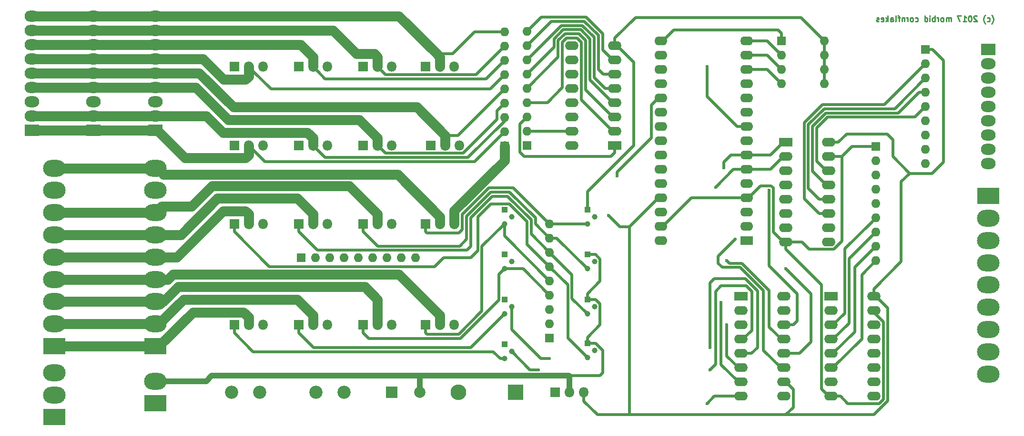
<source format=gbl>
G04 #@! TF.FileFunction,Copper,L2,Bot,Signal*
%FSLAX46Y46*%
G04 Gerber Fmt 4.6, Leading zero omitted, Abs format (unit mm)*
G04 Created by KiCad (PCBNEW 4.0.7) date Fri Jan 12 08:51:38 2018*
%MOMM*%
%LPD*%
G01*
G04 APERTURE LIST*
%ADD10C,0.100000*%
%ADD11C,0.250000*%
%ADD12R,1.800000X1.800000*%
%ADD13O,1.800000X1.800000*%
%ADD14R,1.600000X1.600000*%
%ADD15O,1.600000X1.600000*%
%ADD16R,2.400000X1.600000*%
%ADD17O,2.400000X1.600000*%
%ADD18C,1.000000*%
%ADD19R,1.000000X1.000000*%
%ADD20C,2.350000*%
%ADD21R,2.286000X1.574800*%
%ADD22O,2.286000X1.574800*%
%ADD23R,4.000000X3.000000*%
%ADD24O,4.000000X3.000000*%
%ADD25R,2.600000X2.000000*%
%ADD26O,2.600000X2.000000*%
%ADD27R,2.000000X2.000000*%
%ADD28C,2.000000*%
%ADD29R,2.800000X2.800000*%
%ADD30O,2.800000X2.800000*%
%ADD31C,0.600000*%
%ADD32C,1.750000*%
%ADD33C,0.500000*%
%ADD34C,1.000000*%
G04 APERTURE END LIST*
D10*
D11*
X208571430Y-56333333D02*
X208619050Y-56285714D01*
X208714288Y-56142857D01*
X208761907Y-56047619D01*
X208809526Y-55904762D01*
X208857145Y-55666667D01*
X208857145Y-55476190D01*
X208809526Y-55238095D01*
X208761907Y-55095238D01*
X208714288Y-55000000D01*
X208619050Y-54857143D01*
X208571430Y-54809524D01*
X207761906Y-55904762D02*
X207857144Y-55952381D01*
X208047621Y-55952381D01*
X208142859Y-55904762D01*
X208190478Y-55857143D01*
X208238097Y-55761905D01*
X208238097Y-55476190D01*
X208190478Y-55380952D01*
X208142859Y-55333333D01*
X208047621Y-55285714D01*
X207857144Y-55285714D01*
X207761906Y-55333333D01*
X207428573Y-56333333D02*
X207380954Y-56285714D01*
X207285716Y-56142857D01*
X207238097Y-56047619D01*
X207190478Y-55904762D01*
X207142859Y-55666667D01*
X207142859Y-55476190D01*
X207190478Y-55238095D01*
X207238097Y-55095238D01*
X207285716Y-55000000D01*
X207380954Y-54857143D01*
X207428573Y-54809524D01*
X205952382Y-55047619D02*
X205904763Y-55000000D01*
X205809525Y-54952381D01*
X205571429Y-54952381D01*
X205476191Y-55000000D01*
X205428572Y-55047619D01*
X205380953Y-55142857D01*
X205380953Y-55238095D01*
X205428572Y-55380952D01*
X206000001Y-55952381D01*
X205380953Y-55952381D01*
X204761906Y-54952381D02*
X204666667Y-54952381D01*
X204571429Y-55000000D01*
X204523810Y-55047619D01*
X204476191Y-55142857D01*
X204428572Y-55333333D01*
X204428572Y-55571429D01*
X204476191Y-55761905D01*
X204523810Y-55857143D01*
X204571429Y-55904762D01*
X204666667Y-55952381D01*
X204761906Y-55952381D01*
X204857144Y-55904762D01*
X204904763Y-55857143D01*
X204952382Y-55761905D01*
X205000001Y-55571429D01*
X205000001Y-55333333D01*
X204952382Y-55142857D01*
X204904763Y-55047619D01*
X204857144Y-55000000D01*
X204761906Y-54952381D01*
X203476191Y-55952381D02*
X204047620Y-55952381D01*
X203761906Y-55952381D02*
X203761906Y-54952381D01*
X203857144Y-55095238D01*
X203952382Y-55190476D01*
X204047620Y-55238095D01*
X203142858Y-54952381D02*
X202476191Y-54952381D01*
X202904763Y-55952381D01*
X201333334Y-55952381D02*
X201333334Y-55285714D01*
X201333334Y-55380952D02*
X201285715Y-55333333D01*
X201190477Y-55285714D01*
X201047619Y-55285714D01*
X200952381Y-55333333D01*
X200904762Y-55428571D01*
X200904762Y-55952381D01*
X200904762Y-55428571D02*
X200857143Y-55333333D01*
X200761905Y-55285714D01*
X200619048Y-55285714D01*
X200523810Y-55333333D01*
X200476191Y-55428571D01*
X200476191Y-55952381D01*
X199857144Y-55952381D02*
X199952382Y-55904762D01*
X200000001Y-55857143D01*
X200047620Y-55761905D01*
X200047620Y-55476190D01*
X200000001Y-55380952D01*
X199952382Y-55333333D01*
X199857144Y-55285714D01*
X199714286Y-55285714D01*
X199619048Y-55333333D01*
X199571429Y-55380952D01*
X199523810Y-55476190D01*
X199523810Y-55761905D01*
X199571429Y-55857143D01*
X199619048Y-55904762D01*
X199714286Y-55952381D01*
X199857144Y-55952381D01*
X199095239Y-55952381D02*
X199095239Y-55285714D01*
X199095239Y-55476190D02*
X199047620Y-55380952D01*
X199000001Y-55333333D01*
X198904763Y-55285714D01*
X198809524Y-55285714D01*
X198476191Y-55952381D02*
X198476191Y-54952381D01*
X198476191Y-55333333D02*
X198380953Y-55285714D01*
X198190476Y-55285714D01*
X198095238Y-55333333D01*
X198047619Y-55380952D01*
X198000000Y-55476190D01*
X198000000Y-55761905D01*
X198047619Y-55857143D01*
X198095238Y-55904762D01*
X198190476Y-55952381D01*
X198380953Y-55952381D01*
X198476191Y-55904762D01*
X197571429Y-55952381D02*
X197571429Y-55285714D01*
X197571429Y-54952381D02*
X197619048Y-55000000D01*
X197571429Y-55047619D01*
X197523810Y-55000000D01*
X197571429Y-54952381D01*
X197571429Y-55047619D01*
X196666667Y-55952381D02*
X196666667Y-54952381D01*
X196666667Y-55904762D02*
X196761905Y-55952381D01*
X196952382Y-55952381D01*
X197047620Y-55904762D01*
X197095239Y-55857143D01*
X197142858Y-55761905D01*
X197142858Y-55476190D01*
X197095239Y-55380952D01*
X197047620Y-55333333D01*
X196952382Y-55285714D01*
X196761905Y-55285714D01*
X196666667Y-55333333D01*
X195000000Y-55904762D02*
X195095238Y-55952381D01*
X195285715Y-55952381D01*
X195380953Y-55904762D01*
X195428572Y-55857143D01*
X195476191Y-55761905D01*
X195476191Y-55476190D01*
X195428572Y-55380952D01*
X195380953Y-55333333D01*
X195285715Y-55285714D01*
X195095238Y-55285714D01*
X195000000Y-55333333D01*
X194428572Y-55952381D02*
X194523810Y-55904762D01*
X194571429Y-55857143D01*
X194619048Y-55761905D01*
X194619048Y-55476190D01*
X194571429Y-55380952D01*
X194523810Y-55333333D01*
X194428572Y-55285714D01*
X194285714Y-55285714D01*
X194190476Y-55333333D01*
X194142857Y-55380952D01*
X194095238Y-55476190D01*
X194095238Y-55761905D01*
X194142857Y-55857143D01*
X194190476Y-55904762D01*
X194285714Y-55952381D01*
X194428572Y-55952381D01*
X193666667Y-55952381D02*
X193666667Y-55285714D01*
X193666667Y-55476190D02*
X193619048Y-55380952D01*
X193571429Y-55333333D01*
X193476191Y-55285714D01*
X193380952Y-55285714D01*
X193047619Y-55285714D02*
X193047619Y-55952381D01*
X193047619Y-55380952D02*
X193000000Y-55333333D01*
X192904762Y-55285714D01*
X192761904Y-55285714D01*
X192666666Y-55333333D01*
X192619047Y-55428571D01*
X192619047Y-55952381D01*
X192285714Y-55285714D02*
X191904762Y-55285714D01*
X192142857Y-55952381D02*
X192142857Y-55095238D01*
X192095238Y-55000000D01*
X192000000Y-54952381D01*
X191904762Y-54952381D01*
X191428571Y-55952381D02*
X191523809Y-55904762D01*
X191571428Y-55809524D01*
X191571428Y-54952381D01*
X190619046Y-55952381D02*
X190619046Y-55428571D01*
X190666665Y-55333333D01*
X190761903Y-55285714D01*
X190952380Y-55285714D01*
X191047618Y-55333333D01*
X190619046Y-55904762D02*
X190714284Y-55952381D01*
X190952380Y-55952381D01*
X191047618Y-55904762D01*
X191095237Y-55809524D01*
X191095237Y-55714286D01*
X191047618Y-55619048D01*
X190952380Y-55571429D01*
X190714284Y-55571429D01*
X190619046Y-55523810D01*
X190142856Y-55952381D02*
X190142856Y-54952381D01*
X190047618Y-55571429D02*
X189761903Y-55952381D01*
X189761903Y-55285714D02*
X190142856Y-55666667D01*
X188952379Y-55904762D02*
X189047617Y-55952381D01*
X189238094Y-55952381D01*
X189333332Y-55904762D01*
X189380951Y-55809524D01*
X189380951Y-55428571D01*
X189333332Y-55333333D01*
X189238094Y-55285714D01*
X189047617Y-55285714D01*
X188952379Y-55333333D01*
X188904760Y-55428571D01*
X188904760Y-55523810D01*
X189380951Y-55619048D01*
X188523808Y-55904762D02*
X188428570Y-55952381D01*
X188238094Y-55952381D01*
X188142855Y-55904762D01*
X188095236Y-55809524D01*
X188095236Y-55761905D01*
X188142855Y-55666667D01*
X188238094Y-55619048D01*
X188380951Y-55619048D01*
X188476189Y-55571429D01*
X188523808Y-55476190D01*
X188523808Y-55428571D01*
X188476189Y-55333333D01*
X188380951Y-55285714D01*
X188238094Y-55285714D01*
X188142855Y-55333333D01*
D12*
X131000000Y-122000000D03*
D13*
X133540000Y-122000000D03*
X136080000Y-122000000D03*
D14*
X188000000Y-78220000D03*
D15*
X188000000Y-80760000D03*
X188000000Y-83300000D03*
X188000000Y-85840000D03*
X188000000Y-88380000D03*
X188000000Y-90920000D03*
X188000000Y-93460000D03*
X188000000Y-96000000D03*
X188000000Y-98540000D03*
D16*
X180000000Y-104920000D03*
D17*
X187620000Y-122700000D03*
X180000000Y-107460000D03*
X187620000Y-120160000D03*
X180000000Y-110000000D03*
X187620000Y-117620000D03*
X180000000Y-112540000D03*
X187620000Y-115080000D03*
X180000000Y-115080000D03*
X187620000Y-112540000D03*
X180000000Y-117620000D03*
X187620000Y-110000000D03*
X180000000Y-120160000D03*
X187620000Y-107460000D03*
X180000000Y-122700000D03*
X187620000Y-104920000D03*
D18*
X123270000Y-114730000D03*
X122000000Y-116000000D03*
D19*
X122000000Y-113460000D03*
D18*
X123270000Y-98730000D03*
X122000000Y-100000000D03*
D19*
X122000000Y-97460000D03*
D14*
X130000000Y-112320000D03*
D15*
X130000000Y-109780000D03*
X130000000Y-107240000D03*
X130000000Y-104700000D03*
X130000000Y-102160000D03*
X130000000Y-99620000D03*
X130000000Y-97080000D03*
X130000000Y-94540000D03*
X130000000Y-92000000D03*
D18*
X123270000Y-106730000D03*
X122000000Y-108000000D03*
D19*
X122000000Y-105460000D03*
D12*
X74000000Y-110000000D03*
D13*
X76540000Y-110000000D03*
X79080000Y-110000000D03*
D14*
X122000000Y-78160000D03*
D15*
X122000000Y-75620000D03*
X122000000Y-73080000D03*
X122000000Y-70540000D03*
X122000000Y-68000000D03*
X122000000Y-65460000D03*
X122000000Y-62920000D03*
X122000000Y-60380000D03*
X122000000Y-57840000D03*
D20*
X78500000Y-122000000D03*
X73500000Y-122000000D03*
X88500000Y-122000000D03*
X93500000Y-122000000D03*
D18*
X123270000Y-90730000D03*
X122000000Y-92000000D03*
D19*
X122000000Y-89460000D03*
D12*
X85460000Y-110000000D03*
D13*
X88000000Y-110000000D03*
X90540000Y-110000000D03*
D12*
X96920000Y-110000000D03*
D13*
X99460000Y-110000000D03*
X102000000Y-110000000D03*
D12*
X108000000Y-110000000D03*
D13*
X110540000Y-110000000D03*
X113080000Y-110000000D03*
D12*
X74000000Y-92000000D03*
D13*
X76540000Y-92000000D03*
X79080000Y-92000000D03*
D12*
X108000000Y-92000000D03*
D13*
X110540000Y-92000000D03*
X113080000Y-92000000D03*
D12*
X96920000Y-92000000D03*
D13*
X99460000Y-92000000D03*
X102000000Y-92000000D03*
D12*
X85460000Y-92000000D03*
D13*
X88000000Y-92000000D03*
X90540000Y-92000000D03*
D18*
X138000000Y-114540000D03*
X136730000Y-115810000D03*
D19*
X136730000Y-113270000D03*
D18*
X138000000Y-106730000D03*
X136730000Y-108000000D03*
D19*
X136730000Y-105460000D03*
D18*
X138000000Y-98730000D03*
X136730000Y-100000000D03*
D19*
X136730000Y-97460000D03*
D18*
X138000000Y-90730000D03*
X136730000Y-92000000D03*
D19*
X136730000Y-89460000D03*
D12*
X74000000Y-78000000D03*
D13*
X76540000Y-78000000D03*
X79080000Y-78000000D03*
D12*
X85460000Y-78000000D03*
D13*
X88000000Y-78000000D03*
X90540000Y-78000000D03*
D12*
X96920000Y-78000000D03*
D13*
X99460000Y-78000000D03*
X102000000Y-78000000D03*
D12*
X108920000Y-78000000D03*
D13*
X111460000Y-78000000D03*
X114000000Y-78000000D03*
D12*
X74000000Y-64000000D03*
D13*
X76540000Y-64000000D03*
X79080000Y-64000000D03*
D12*
X85460000Y-64000000D03*
D13*
X88000000Y-64000000D03*
X90540000Y-64000000D03*
D12*
X96920000Y-64000000D03*
D13*
X99460000Y-64000000D03*
X102000000Y-64000000D03*
D12*
X108000000Y-64000000D03*
D13*
X110540000Y-64000000D03*
X113080000Y-64000000D03*
D14*
X196800000Y-60960000D03*
D15*
X196800000Y-63500000D03*
X196800000Y-66040000D03*
X196800000Y-68580000D03*
X196800000Y-71120000D03*
X196800000Y-73660000D03*
X196800000Y-76200000D03*
X196800000Y-78740000D03*
X196800000Y-81280000D03*
D14*
X85840000Y-98000000D03*
D15*
X88380000Y-98000000D03*
X90920000Y-98000000D03*
X93460000Y-98000000D03*
X96000000Y-98000000D03*
X98540000Y-98000000D03*
X101080000Y-98000000D03*
X103620000Y-98000000D03*
X106160000Y-98000000D03*
D14*
X126000000Y-78000000D03*
D15*
X126000000Y-75460000D03*
X126000000Y-72920000D03*
X126000000Y-70380000D03*
X126000000Y-67840000D03*
X126000000Y-65300000D03*
X126000000Y-62760000D03*
X126000000Y-60220000D03*
X126000000Y-57680000D03*
D16*
X172000000Y-77460000D03*
D17*
X179620000Y-95240000D03*
X172000000Y-80000000D03*
X179620000Y-92700000D03*
X172000000Y-82540000D03*
X179620000Y-90160000D03*
X172000000Y-85080000D03*
X179620000Y-87620000D03*
X172000000Y-87620000D03*
X179620000Y-85080000D03*
X172000000Y-90160000D03*
X179620000Y-82540000D03*
X172000000Y-92700000D03*
X179620000Y-80000000D03*
X172000000Y-95240000D03*
X179620000Y-77460000D03*
D21*
X165000000Y-95000000D03*
D22*
X165000000Y-92460000D03*
X165000000Y-89920000D03*
X165000000Y-87380000D03*
X165000000Y-84840000D03*
X165000000Y-82300000D03*
X165000000Y-79760000D03*
X165000000Y-77220000D03*
X165000000Y-74680000D03*
X165000000Y-72140000D03*
X165000000Y-69600000D03*
X165000000Y-67060000D03*
X165000000Y-64520000D03*
X165000000Y-61980000D03*
X165000000Y-59440000D03*
X149760000Y-59440000D03*
X149760000Y-61980000D03*
X149760000Y-64520000D03*
X149760000Y-67060000D03*
X149760000Y-69600000D03*
X149760000Y-72140000D03*
X149760000Y-74680000D03*
X149760000Y-77220000D03*
X149760000Y-79760000D03*
X149760000Y-82300000D03*
X149760000Y-84840000D03*
X149760000Y-87380000D03*
X149760000Y-89920000D03*
X149760000Y-92460000D03*
X149760000Y-95000000D03*
D16*
X164000000Y-104920000D03*
D17*
X171620000Y-122700000D03*
X164000000Y-107460000D03*
X171620000Y-120160000D03*
X164000000Y-110000000D03*
X171620000Y-117620000D03*
X164000000Y-112540000D03*
X171620000Y-115080000D03*
X164000000Y-115080000D03*
X171620000Y-112540000D03*
X164000000Y-117620000D03*
X171620000Y-110000000D03*
X164000000Y-120160000D03*
X171620000Y-107460000D03*
X164000000Y-122700000D03*
X171620000Y-104920000D03*
D16*
X141620000Y-78000000D03*
D17*
X134000000Y-60220000D03*
X141620000Y-75460000D03*
X134000000Y-62760000D03*
X141620000Y-72920000D03*
X134000000Y-65300000D03*
X141620000Y-70380000D03*
X134000000Y-67840000D03*
X141620000Y-67840000D03*
X134000000Y-70380000D03*
X141620000Y-65300000D03*
X134000000Y-72920000D03*
X141620000Y-62760000D03*
X134000000Y-75460000D03*
X141620000Y-60220000D03*
X134000000Y-78000000D03*
D23*
X207962400Y-87037600D03*
D24*
X207962400Y-91000000D03*
X207962400Y-94962400D03*
X207962400Y-98924800D03*
X207962400Y-102887200D03*
X207962400Y-106849600D03*
X207962400Y-110812000D03*
X207962400Y-114774400D03*
X207962400Y-118736800D03*
D25*
X208000000Y-60920000D03*
D26*
X208000000Y-63460000D03*
X208000000Y-66000000D03*
X208000000Y-68540000D03*
X208000000Y-71080000D03*
X208000000Y-73620000D03*
X208000000Y-76160000D03*
X208000000Y-78700000D03*
X208000000Y-81240000D03*
D23*
X60000000Y-123962400D03*
D24*
X60000000Y-120000000D03*
D23*
X60000000Y-113775000D03*
D24*
X60000000Y-109812600D03*
X60000000Y-105850200D03*
X60000000Y-101887800D03*
X60000000Y-97925400D03*
X60000000Y-93963000D03*
X60000000Y-90000600D03*
X60000000Y-86038200D03*
X60000000Y-82075800D03*
D25*
X60000000Y-75325000D03*
D26*
X60000000Y-72785000D03*
X60000000Y-70245000D03*
X60000000Y-67705000D03*
X60000000Y-65165000D03*
X60000000Y-62625000D03*
X60000000Y-60085000D03*
X60000000Y-57545000D03*
X60000000Y-55005000D03*
D14*
X171200000Y-59380000D03*
D15*
X178820000Y-67000000D03*
X171200000Y-61920000D03*
X178820000Y-64460000D03*
X171200000Y-64460000D03*
X178820000Y-61920000D03*
X171200000Y-67000000D03*
X178820000Y-59380000D03*
D27*
X102000000Y-122000000D03*
D28*
X107000000Y-122000000D03*
D29*
X124000000Y-122000000D03*
D30*
X113840000Y-122000000D03*
D25*
X49000000Y-75320000D03*
D26*
X49000000Y-72780000D03*
X49000000Y-70240000D03*
X49000000Y-67700000D03*
X49000000Y-65160000D03*
X49000000Y-62620000D03*
X49000000Y-60080000D03*
X49000000Y-57540000D03*
X49000000Y-55000000D03*
D23*
X42000000Y-113779200D03*
D24*
X42000000Y-109816800D03*
X42000000Y-105854400D03*
X42000000Y-101892000D03*
X42000000Y-97929600D03*
X42000000Y-93967200D03*
X42000000Y-90004800D03*
X42000000Y-86042400D03*
X42000000Y-82080000D03*
D25*
X38000000Y-75320000D03*
D26*
X38000000Y-72780000D03*
X38000000Y-70240000D03*
X38000000Y-67700000D03*
X38000000Y-65160000D03*
X38000000Y-62620000D03*
X38000000Y-60080000D03*
X38000000Y-57540000D03*
X38000000Y-55000000D03*
D23*
X42000000Y-126424800D03*
D24*
X42000000Y-122462400D03*
X42000000Y-118500000D03*
D31*
X158000000Y-124000000D03*
X140500000Y-90500000D03*
X128000000Y-118000000D03*
X130000000Y-116000000D03*
X158500000Y-118000000D03*
X158500000Y-114000000D03*
X161500000Y-110000000D03*
X160500000Y-106000000D03*
X161000000Y-82000000D03*
X159500000Y-85500000D03*
X169000000Y-86000000D03*
X163025485Y-94724515D03*
X158000000Y-64000000D03*
X172000000Y-100000000D03*
X142000000Y-83500000D03*
X161500000Y-98500000D03*
D32*
X122000000Y-78160000D02*
X122000000Y-80710000D01*
X122000000Y-80710000D02*
X113080000Y-89630000D01*
X113080000Y-89630000D02*
X113080000Y-90727208D01*
X113080000Y-90727208D02*
X113080000Y-92000000D01*
D33*
X164000000Y-122700000D02*
X159300000Y-122700000D01*
X159300000Y-122700000D02*
X158000000Y-124000000D01*
X138949999Y-119050001D02*
X133500000Y-119050001D01*
X139500000Y-114559998D02*
X139500000Y-118500000D01*
X139500000Y-118500000D02*
X138949999Y-119050001D01*
D34*
X107000000Y-119050001D02*
X133500000Y-119050001D01*
X133540000Y-119090001D02*
X133500000Y-119050001D01*
X133540000Y-122000000D02*
X133540000Y-119090001D01*
X69949999Y-119050001D02*
X107000000Y-119050001D01*
X107000000Y-122000000D02*
X107000000Y-119050001D01*
X69000000Y-120000000D02*
X69949999Y-119050001D01*
X60000000Y-120000000D02*
X69000000Y-120000000D01*
D33*
X141620000Y-60220000D02*
X141620000Y-58920000D01*
X141620000Y-58920000D02*
X145290000Y-55250000D01*
X145290000Y-55250000D02*
X174690000Y-55250000D01*
X174690000Y-55250000D02*
X178820000Y-59380000D01*
X141620000Y-60220000D02*
X142020000Y-60220000D01*
X142020000Y-60220000D02*
X145000000Y-63200000D01*
X145000000Y-63200000D02*
X145000000Y-78000000D01*
X145000000Y-78000000D02*
X136730000Y-86270000D01*
X136730000Y-86270000D02*
X136730000Y-89460000D01*
X188558481Y-124000010D02*
X189320010Y-123238481D01*
X189320010Y-123238481D02*
X189320010Y-109461519D01*
X136730000Y-113270000D02*
X138210002Y-113270000D01*
X138210002Y-113270000D02*
X139500000Y-114559998D01*
X178870000Y-59400000D02*
X178870000Y-61940000D01*
X178870000Y-61940000D02*
X178870000Y-64480000D01*
X178870000Y-67020000D02*
X178870000Y-64480000D01*
X172000000Y-95240000D02*
X171600000Y-95240000D01*
X171600000Y-95240000D02*
X169800001Y-93440001D01*
X169800001Y-93440001D02*
X169800001Y-85615999D01*
X169800001Y-85615999D02*
X169384001Y-85199999D01*
X169384001Y-85199999D02*
X167535601Y-85199999D01*
X167535601Y-85199999D02*
X165355600Y-87380000D01*
X165355600Y-87380000D02*
X165000000Y-87380000D01*
X136730000Y-97460000D02*
X138210002Y-97460000D01*
X138210002Y-97460000D02*
X139000001Y-98249999D01*
X139000001Y-98249999D02*
X139000001Y-102189999D01*
X139000001Y-102189999D02*
X136730000Y-104460000D01*
X136730000Y-104460000D02*
X136730000Y-105460000D01*
X136730000Y-113270000D02*
X136730000Y-112270000D01*
X137730000Y-105460000D02*
X136730000Y-105460000D01*
X136730000Y-112270000D02*
X139000001Y-109999999D01*
X139000001Y-109999999D02*
X139000001Y-106249999D01*
X139000001Y-106249999D02*
X138210002Y-105460000D01*
X138210002Y-105460000D02*
X137730000Y-105460000D01*
X136730000Y-89460000D02*
X136730000Y-88460000D01*
X187620000Y-107460000D02*
X187620000Y-107761509D01*
X187620000Y-107761509D02*
X189320010Y-109461519D01*
X188558481Y-124000010D02*
X183000010Y-124000010D01*
X183000010Y-124000010D02*
X181700000Y-122700000D01*
X181700000Y-122700000D02*
X180000000Y-122700000D01*
X172000000Y-95240000D02*
X172000000Y-96540000D01*
X178299990Y-102839990D02*
X178299990Y-121399990D01*
X172000000Y-96540000D02*
X178299990Y-102839990D01*
X178299990Y-121399990D02*
X179600000Y-122700000D01*
X179600000Y-122700000D02*
X180000000Y-122700000D01*
X172000000Y-95240000D02*
X174841509Y-95240000D01*
X174841509Y-95240000D02*
X176141519Y-96540010D01*
X176141519Y-96540010D02*
X180558481Y-96540010D01*
X180558481Y-96540010D02*
X182000000Y-95098491D01*
X182000000Y-95098491D02*
X182000000Y-80000000D01*
X182000000Y-80000000D02*
X183780000Y-78220000D01*
X183780000Y-78220000D02*
X188000000Y-78220000D01*
X179620000Y-80000000D02*
X182000000Y-80000000D01*
X164000000Y-122700000D02*
X163600000Y-122700000D01*
X149760000Y-92460000D02*
X150115600Y-92460000D01*
X150115600Y-92460000D02*
X155195600Y-87380000D01*
X155195600Y-87380000D02*
X165000000Y-87380000D01*
D32*
X60000000Y-120000000D02*
X60500000Y-120000000D01*
D33*
X140500000Y-90500000D02*
X142534400Y-92534400D01*
X142534400Y-92534400D02*
X144250000Y-92534400D01*
X136080000Y-123580000D02*
X138500000Y-126000000D01*
X138500000Y-126000000D02*
X144250000Y-126000000D01*
X136080000Y-122000000D02*
X136080000Y-123580000D01*
X192500000Y-98740000D02*
X192500000Y-84500000D01*
X192500000Y-84500000D02*
X194000000Y-83000000D01*
X187620000Y-104920000D02*
X187620000Y-103620000D01*
X187620000Y-103620000D02*
X192500000Y-98740000D01*
X188020000Y-104920000D02*
X190000000Y-106900000D01*
X190000000Y-106900000D02*
X190070020Y-106970020D01*
X190070019Y-123549146D02*
X190070019Y-106970019D01*
X190070019Y-106970019D02*
X190000000Y-106900000D01*
X196800000Y-60960000D02*
X198100000Y-60960000D01*
X181320000Y-77460000D02*
X179620000Y-77460000D01*
X198100000Y-60960000D02*
X200000000Y-62860000D01*
X200000000Y-62860000D02*
X200000000Y-81000000D01*
X191000000Y-77000000D02*
X190000000Y-76000000D01*
X200000000Y-81000000D02*
X198000000Y-83000000D01*
X198000000Y-83000000D02*
X194000000Y-83000000D01*
X194000000Y-83000000D02*
X191000000Y-80000000D01*
X191000000Y-80000000D02*
X191000000Y-77000000D01*
X190000000Y-76000000D02*
X182780000Y-76000000D01*
X182780000Y-76000000D02*
X181320000Y-77460000D01*
X144250000Y-126000000D02*
X171000000Y-126000000D01*
X187619165Y-126000000D02*
X171000000Y-126000000D01*
X171000000Y-126000000D02*
X172000000Y-126000000D01*
X187620000Y-104920000D02*
X188020000Y-104920000D01*
X190070019Y-123549146D02*
X187619165Y-126000000D01*
X179620000Y-77460000D02*
X180020000Y-77460000D01*
X149760000Y-87380000D02*
X149404400Y-87380000D01*
X149404400Y-87380000D02*
X144250000Y-92534400D01*
X144250000Y-92534400D02*
X144250000Y-126000000D01*
X172000000Y-126000000D02*
X173320010Y-124679990D01*
X173320010Y-124679990D02*
X173320010Y-121460010D01*
X173320010Y-121460010D02*
X172020000Y-120160000D01*
X172020000Y-120160000D02*
X171620000Y-120160000D01*
X178500000Y-70750000D02*
X175249971Y-74000029D01*
X175249971Y-74000029D02*
X175249971Y-87489971D01*
X175249971Y-87489971D02*
X177920000Y-90160000D01*
X196800000Y-63500000D02*
X189550000Y-70750000D01*
X189550000Y-70750000D02*
X178500000Y-70750000D01*
X177920000Y-90160000D02*
X179620000Y-90160000D01*
X178810664Y-71500010D02*
X175999981Y-74310693D01*
X175999981Y-74310693D02*
X175999981Y-85699981D01*
X175999981Y-85699981D02*
X177920000Y-87620000D01*
X196800000Y-66040000D02*
X191339990Y-71500010D01*
X191339990Y-71500010D02*
X178810664Y-71500010D01*
X177920000Y-87620000D02*
X179620000Y-87620000D01*
X179121328Y-72250020D02*
X176749991Y-74621357D01*
X176749991Y-74621357D02*
X176749991Y-82609991D01*
X176749991Y-82609991D02*
X179220000Y-85080000D01*
X179220000Y-85080000D02*
X179620000Y-85080000D01*
X196800000Y-68580000D02*
X195668630Y-68580000D01*
X195668630Y-68580000D02*
X191998611Y-72250019D01*
X191998611Y-72250019D02*
X179121328Y-72250020D01*
X179431994Y-73000028D02*
X177500000Y-74932022D01*
X177500000Y-74932022D02*
X177500000Y-80820000D01*
X179220000Y-82540000D02*
X179620000Y-82540000D01*
X177500000Y-80820000D02*
X179220000Y-82540000D01*
X179431994Y-73000028D02*
X182000000Y-73000028D01*
X182000000Y-73000028D02*
X182371320Y-73000028D01*
X196800000Y-71120000D02*
X194919972Y-73000028D01*
X194919972Y-73000028D02*
X182000000Y-73000028D01*
D32*
X60603478Y-113774400D02*
X66652879Y-107724999D01*
X60000000Y-113774400D02*
X60603478Y-113774400D01*
X42000000Y-113779200D02*
X59995800Y-113779200D01*
X59995800Y-113779200D02*
X60000000Y-113775000D01*
X66652879Y-107724999D02*
X75621999Y-107724999D01*
X76540000Y-108727208D02*
X76540000Y-110000000D01*
X75621999Y-107724999D02*
X76540000Y-108643000D01*
X76540000Y-108643000D02*
X76540000Y-108727208D01*
X60603478Y-109812000D02*
X64940489Y-105474989D01*
X60000000Y-109812600D02*
X42004200Y-109812600D01*
X42004200Y-109812600D02*
X42000000Y-109816800D01*
X60000000Y-109812000D02*
X60603478Y-109812000D01*
X64940489Y-105474989D02*
X85209991Y-105474989D01*
X85209991Y-105474989D02*
X88000000Y-108264998D01*
X88000000Y-108727208D02*
X88000000Y-110000000D01*
X88000000Y-108264998D02*
X88000000Y-108727208D01*
X42000000Y-105854400D02*
X59995800Y-105854400D01*
X59995800Y-105854400D02*
X60000000Y-105850200D01*
X60000000Y-105849600D02*
X61383884Y-105849600D01*
X61383884Y-105849600D02*
X64008505Y-103224979D01*
X64008505Y-103224979D02*
X97224979Y-103224979D01*
X97224979Y-103224979D02*
X99460000Y-105460000D01*
X99460000Y-105460000D02*
X99460000Y-108727208D01*
X99460000Y-108727208D02*
X99460000Y-110000000D01*
X60000000Y-101887800D02*
X42004200Y-101887800D01*
X42004200Y-101887800D02*
X42000000Y-101892000D01*
X60000000Y-101887200D02*
X62164290Y-101887200D01*
X110540000Y-108264998D02*
X110540000Y-108727208D01*
X110540000Y-108727208D02*
X110540000Y-110000000D01*
X62164290Y-101887200D02*
X63076521Y-100974969D01*
X63076521Y-100974969D02*
X103249971Y-100974969D01*
X103249971Y-100974969D02*
X110540000Y-108264998D01*
X42000000Y-97929600D02*
X59995800Y-97929600D01*
X59995800Y-97929600D02*
X60000000Y-97925400D01*
X60000000Y-97924800D02*
X63750000Y-97924800D01*
X63750000Y-97924800D02*
X71949801Y-89724999D01*
X71949801Y-89724999D02*
X76000001Y-89724999D01*
X76000001Y-89724999D02*
X76540000Y-90264998D01*
X76540000Y-90264998D02*
X76540000Y-90727208D01*
X76540000Y-90727208D02*
X76540000Y-92000000D01*
X60000000Y-93963000D02*
X42004200Y-93963000D01*
X42004200Y-93963000D02*
X42000000Y-93967200D01*
X88000000Y-90727208D02*
X88000000Y-92000000D01*
X60000000Y-93962400D02*
X64530406Y-93962400D01*
X64530406Y-93962400D02*
X71017817Y-87474989D01*
X71017817Y-87474989D02*
X85209991Y-87474989D01*
X85209991Y-87474989D02*
X88000000Y-90264998D01*
X88000000Y-90264998D02*
X88000000Y-90727208D01*
X42000000Y-90004800D02*
X59995800Y-90004800D01*
X59995800Y-90004800D02*
X60000000Y-90000600D01*
X61087390Y-88912610D02*
X66398202Y-88912610D01*
X99460000Y-90727208D02*
X99460000Y-92000000D01*
X66398202Y-88912610D02*
X70085833Y-85224979D01*
X70085833Y-85224979D02*
X94419981Y-85224979D01*
X94419981Y-85224979D02*
X99460000Y-90264998D01*
X99460000Y-90264998D02*
X99460000Y-90727208D01*
X60000000Y-82075800D02*
X42004200Y-82075800D01*
X42004200Y-82075800D02*
X42000000Y-82080000D01*
X60000000Y-82075200D02*
X60249924Y-82075200D01*
X61399693Y-83224969D02*
X103049971Y-83224969D01*
X103049971Y-83224969D02*
X110540000Y-90714998D01*
X110540000Y-90714998D02*
X110540000Y-90727208D01*
X110540000Y-90727208D02*
X110540000Y-92000000D01*
X65255001Y-80275001D02*
X61500000Y-76520000D01*
X61500000Y-76520000D02*
X60300000Y-75320000D01*
X60000000Y-75325000D02*
X60305000Y-75325000D01*
X60305000Y-75325000D02*
X61500000Y-76520000D01*
X38000000Y-75320000D02*
X59995000Y-75320000D01*
X59995000Y-75320000D02*
X60000000Y-75325000D01*
D33*
X76540000Y-78000000D02*
X79440021Y-80900021D01*
X79440021Y-80900021D02*
X116719979Y-80900021D01*
X116719979Y-80900021D02*
X122000000Y-75620000D01*
D32*
X76540000Y-78000000D02*
X76540000Y-79735002D01*
X76540000Y-79735002D02*
X76000001Y-80275001D01*
X76000001Y-80275001D02*
X65255001Y-80275001D01*
X60300000Y-75320000D02*
X60000000Y-75320000D01*
X60000000Y-72785000D02*
X38005000Y-72785000D01*
X38005000Y-72785000D02*
X38000000Y-72780000D01*
D33*
X122000000Y-73080000D02*
X122000000Y-73695998D01*
X122000000Y-73695998D02*
X115545987Y-80150011D01*
X115545987Y-80150011D02*
X90150011Y-80150011D01*
X90150011Y-80150011D02*
X88000000Y-78000000D01*
D32*
X88000000Y-78000000D02*
X88000000Y-76727208D01*
X88000000Y-76727208D02*
X86997791Y-75724999D01*
X86997791Y-75724999D02*
X71999999Y-75724999D01*
X71999999Y-75724999D02*
X69055000Y-72780000D01*
X69055000Y-72780000D02*
X60000000Y-72780000D01*
X38000000Y-67700000D02*
X59995000Y-67700000D01*
X59995000Y-67700000D02*
X60000000Y-67705000D01*
D33*
X122000000Y-70540000D02*
X120699999Y-71840001D01*
X120699999Y-71840001D02*
X120699999Y-73372003D01*
X120699999Y-73372003D02*
X114672001Y-79400001D01*
X114672001Y-79400001D02*
X100860001Y-79400001D01*
X100860001Y-79400001D02*
X100359999Y-78899999D01*
X100359999Y-78899999D02*
X99460000Y-78000000D01*
D32*
X99460000Y-78000000D02*
X99460000Y-76727208D01*
X67156994Y-67700000D02*
X63050000Y-67700000D01*
X99460000Y-76727208D02*
X96207781Y-73474989D01*
X96207781Y-73474989D02*
X72931983Y-73474989D01*
X72931983Y-73474989D02*
X67156994Y-67700000D01*
X63050000Y-67700000D02*
X60000000Y-67700000D01*
X60000000Y-65165000D02*
X38005000Y-65165000D01*
X38005000Y-65165000D02*
X38000000Y-65160000D01*
D33*
X122000000Y-68000000D02*
X113735002Y-76264998D01*
X113735002Y-76264998D02*
X111460000Y-76264998D01*
D32*
X73863967Y-71224979D02*
X67798988Y-65160000D01*
X67798988Y-65160000D02*
X60000000Y-65160000D01*
X106419981Y-71224979D02*
X73863967Y-71224979D01*
X111460000Y-78000000D02*
X111460000Y-76264998D01*
X111460000Y-76264998D02*
X106419981Y-71224979D01*
X49000000Y-62620000D02*
X59995000Y-62620000D01*
X59995000Y-62620000D02*
X60000000Y-62625000D01*
X38000000Y-62620000D02*
X49000000Y-62620000D01*
D33*
X122000000Y-65460000D02*
X119460000Y-68000000D01*
X119460000Y-68000000D02*
X80540000Y-68000000D01*
X80540000Y-68000000D02*
X77439999Y-64899999D01*
X77439999Y-64899999D02*
X76540000Y-64000000D01*
D32*
X68440982Y-62620000D02*
X72095983Y-66275001D01*
X72095983Y-66275001D02*
X71820982Y-66000000D01*
X76540000Y-64000000D02*
X76540000Y-65735002D01*
X76540000Y-65735002D02*
X76000001Y-66275001D01*
X76000001Y-66275001D02*
X72095983Y-66275001D01*
X60000000Y-62620000D02*
X68440982Y-62620000D01*
X49000000Y-60080000D02*
X38000000Y-60080000D01*
X60000000Y-60085000D02*
X49005000Y-60085000D01*
X49005000Y-60085000D02*
X49000000Y-60080000D01*
D33*
X88899999Y-64899999D02*
X88000000Y-64000000D01*
X122000000Y-62920000D02*
X118769989Y-66150011D01*
X118769989Y-66150011D02*
X90150011Y-66150011D01*
X90150011Y-66150011D02*
X88899999Y-64899999D01*
D32*
X88000000Y-64000000D02*
X88000000Y-62264998D01*
X88000000Y-62264998D02*
X85815002Y-60080000D01*
X85815002Y-60080000D02*
X63050000Y-60080000D01*
X63050000Y-60080000D02*
X60000000Y-60080000D01*
X49000000Y-57540000D02*
X59995000Y-57540000D01*
X59995000Y-57540000D02*
X60000000Y-57545000D01*
X38000000Y-57540000D02*
X49000000Y-57540000D01*
D33*
X122000000Y-60380000D02*
X116979999Y-65400001D01*
X116979999Y-65400001D02*
X100860001Y-65400001D01*
X100860001Y-65400001D02*
X100359999Y-64899999D01*
X100359999Y-64899999D02*
X99460000Y-64000000D01*
D32*
X60000000Y-57540000D02*
X91540000Y-57540000D01*
X91540000Y-57540000D02*
X95724999Y-61724999D01*
X95724999Y-61724999D02*
X98920001Y-61724999D01*
X98920001Y-61724999D02*
X99460000Y-62264998D01*
X99460000Y-62264998D02*
X99460000Y-64000000D01*
X49000000Y-55000000D02*
X38000000Y-55000000D01*
X60000000Y-55005000D02*
X49005000Y-55005000D01*
X49005000Y-55005000D02*
X49000000Y-55000000D01*
X103275002Y-55000000D02*
X110000000Y-61724998D01*
D33*
X122000000Y-57840000D02*
X116700000Y-57840000D01*
X116700000Y-57840000D02*
X112815002Y-61724998D01*
D32*
X110000000Y-61724998D02*
X110540000Y-62264998D01*
D33*
X112815002Y-61724998D02*
X110000000Y-61724998D01*
D32*
X110540000Y-62264998D02*
X110540000Y-64000000D01*
X60000000Y-55000000D02*
X103275002Y-55000000D01*
D33*
X128000000Y-118000000D02*
X126540000Y-118000000D01*
X126540000Y-118000000D02*
X123270000Y-114730000D01*
X122000000Y-116000000D02*
X121229980Y-116000000D01*
X121229980Y-116000000D02*
X119979990Y-114750010D01*
X74000000Y-110000000D02*
X74000000Y-111400000D01*
X74000000Y-111400000D02*
X77350010Y-114750010D01*
X77350010Y-114750010D02*
X119979990Y-114750010D01*
X130000000Y-116000000D02*
X128500000Y-116000000D01*
X128500000Y-116000000D02*
X123270000Y-110770000D01*
X123270000Y-110770000D02*
X123270000Y-107437106D01*
X123270000Y-107437106D02*
X123270000Y-106730000D01*
X122000000Y-108000000D02*
X116000000Y-114000000D01*
X85460000Y-110000000D02*
X85460000Y-111400000D01*
X85460000Y-111400000D02*
X88060000Y-114000000D01*
X88060000Y-114000000D02*
X116000000Y-114000000D01*
X125300000Y-100000000D02*
X122000000Y-100000000D01*
X130000000Y-104700000D02*
X125300000Y-100000000D01*
X122000000Y-100000000D02*
X120999999Y-101000001D01*
X114182665Y-112400011D02*
X97920011Y-112400011D01*
X120999999Y-101000001D02*
X120999999Y-105582677D01*
X120999999Y-105582677D02*
X114182665Y-112400011D01*
X97920011Y-112400011D02*
X96920000Y-111400000D01*
X96920000Y-111400000D02*
X96920000Y-110000000D01*
X130000000Y-102160000D02*
X122000000Y-94160000D01*
X122000000Y-94160000D02*
X122000000Y-92000000D01*
X122000000Y-92000000D02*
X118000000Y-96000000D01*
X118000000Y-96000000D02*
X118000000Y-107522002D01*
X118000000Y-107522002D02*
X113872001Y-111650001D01*
X108000000Y-111400000D02*
X108000000Y-110000000D01*
X108250001Y-111650001D02*
X108000000Y-111400000D01*
X113872001Y-111650001D02*
X108250001Y-111650001D01*
X130000000Y-99620000D02*
X133249990Y-102869990D01*
X133249990Y-102869990D02*
X133249990Y-112329990D01*
X133249990Y-112329990D02*
X136230001Y-115310001D01*
X136230001Y-115310001D02*
X136730000Y-115810000D01*
X126000000Y-91559998D02*
X126000000Y-95620000D01*
X126000000Y-95620000D02*
X130000000Y-99620000D01*
X116000000Y-98000000D02*
X117249990Y-96750010D01*
X117249990Y-96750010D02*
X117249990Y-90750010D01*
X117249990Y-90750010D02*
X119540001Y-88459999D01*
X119540001Y-88459999D02*
X122900001Y-88459999D01*
X122900001Y-88459999D02*
X126000000Y-91559998D01*
X74000000Y-92000000D02*
X74000000Y-93400000D01*
X74000000Y-93400000D02*
X80199959Y-99599959D01*
X80199959Y-99599959D02*
X109599959Y-99599959D01*
X109599959Y-99599959D02*
X111199918Y-98000000D01*
X111199918Y-98000000D02*
X116000000Y-98000000D01*
X134000000Y-101080000D02*
X134000000Y-105270000D01*
X134000000Y-105270000D02*
X136730000Y-108000000D01*
X130000000Y-97080000D02*
X134000000Y-101080000D01*
X116000000Y-90939326D02*
X116000000Y-96000000D01*
X116000000Y-96000000D02*
X115300002Y-96699998D01*
X130000000Y-97080000D02*
X126750010Y-93830010D01*
X126750010Y-93830010D02*
X126750009Y-91249333D01*
X126750009Y-91249333D02*
X122569546Y-87068870D01*
X122569546Y-87068870D02*
X119870456Y-87068870D01*
X119870456Y-87068870D02*
X116000000Y-90939326D01*
X114699999Y-96699999D02*
X114000000Y-96699999D01*
X114000000Y-96699999D02*
X88759999Y-96699999D01*
X115300002Y-96699998D02*
X114000001Y-96699998D01*
X114000001Y-96699998D02*
X114000000Y-96699999D01*
X85460000Y-93400000D02*
X85460000Y-92000000D01*
X88759999Y-96699999D02*
X85460000Y-93400000D01*
X136730000Y-100000000D02*
X131270000Y-94540000D01*
X131270000Y-94540000D02*
X130000000Y-94540000D01*
X130000000Y-94540000D02*
X127500018Y-92040018D01*
X99469989Y-95949989D02*
X96920000Y-93400000D01*
X127500018Y-92040018D02*
X127500018Y-90938668D01*
X115249990Y-94750010D02*
X114050012Y-95949988D01*
X127500018Y-90938668D02*
X122880210Y-86318860D01*
X122880210Y-86318860D02*
X119559791Y-86318861D01*
X96920000Y-93400000D02*
X96920000Y-92000000D01*
X119559791Y-86318861D02*
X115249990Y-90628662D01*
X115249990Y-90628662D02*
X115249990Y-94750010D01*
X114050012Y-95949988D02*
X99469989Y-95949989D01*
X136730000Y-92000000D02*
X130000000Y-92000000D01*
X130000000Y-92000000D02*
X123568851Y-85568851D01*
X123568851Y-85568851D02*
X119249126Y-85568852D01*
X119249126Y-85568852D02*
X114480001Y-90337977D01*
X114480001Y-90337977D02*
X114480001Y-93042001D01*
X114480001Y-93042001D02*
X113872001Y-93650001D01*
X108000000Y-92000000D02*
X108000000Y-93400000D01*
X108000000Y-93400000D02*
X108250001Y-93650001D01*
X108250001Y-93650001D02*
X113872001Y-93650001D01*
X134000000Y-75460000D02*
X132300000Y-75460000D01*
X132300000Y-75460000D02*
X126000000Y-75460000D01*
X141620000Y-78000000D02*
X141620000Y-79300000D01*
X141620000Y-79300000D02*
X140920000Y-80000000D01*
X140920000Y-80000000D02*
X125499998Y-80000000D01*
X125499998Y-80000000D02*
X124699999Y-79200001D01*
X124699999Y-79200001D02*
X124699999Y-74220001D01*
X124699999Y-74220001D02*
X126000000Y-72920000D01*
X141620000Y-75460000D02*
X141220000Y-75460000D01*
X141220000Y-75460000D02*
X135700010Y-69940010D01*
X132299990Y-59681519D02*
X132299990Y-67700010D01*
X135700010Y-69940010D02*
X135700010Y-59681519D01*
X132299990Y-67700010D02*
X129620000Y-70380000D01*
X135700010Y-59681519D02*
X134938481Y-58919990D01*
X134938481Y-58919990D02*
X133061519Y-58919990D01*
X133061519Y-58919990D02*
X132299990Y-59681519D01*
X129620000Y-70380000D02*
X126000000Y-70380000D01*
X126000000Y-67840000D02*
X131549980Y-62290020D01*
X131549980Y-62290020D02*
X131549981Y-59370854D01*
X131549981Y-59370854D02*
X132750855Y-58169980D01*
X132750855Y-58169980D02*
X135249146Y-58169981D01*
X135249146Y-58169981D02*
X136450020Y-59370855D01*
X141220000Y-72920000D02*
X141620000Y-72920000D01*
X136450020Y-59370855D02*
X136450020Y-68150020D01*
X136450020Y-68150020D02*
X141220000Y-72920000D01*
X126000000Y-65300000D02*
X130799972Y-60500028D01*
X130799972Y-59060189D02*
X132440192Y-57419971D01*
X130799972Y-60500028D02*
X130799972Y-59060189D01*
X132440192Y-57419971D02*
X135559811Y-57419972D01*
X135559811Y-57419972D02*
X137200030Y-59060191D01*
X137200030Y-59060191D02*
X137200030Y-66360030D01*
X137200030Y-66360030D02*
X141220000Y-70380000D01*
X141220000Y-70380000D02*
X141620000Y-70380000D01*
X137950040Y-65930000D02*
X139860040Y-67840000D01*
X139860040Y-67840000D02*
X141620000Y-67840000D01*
X126000000Y-62760000D02*
X132090038Y-56669962D01*
X132090038Y-56669962D02*
X135870476Y-56669963D01*
X135870476Y-56669963D02*
X137950040Y-58749527D01*
X137950040Y-58749527D02*
X137950040Y-65930000D01*
X138700050Y-64460000D02*
X139540050Y-65300000D01*
X139540050Y-65300000D02*
X141620000Y-65300000D01*
X138700050Y-58438863D02*
X138700050Y-64460000D01*
X126000000Y-60220000D02*
X130300048Y-55919953D01*
X130300048Y-55919953D02*
X136181141Y-55919954D01*
X136181141Y-55919954D02*
X138700050Y-58438863D01*
X139450060Y-58128199D02*
X139450060Y-60990060D01*
X139450060Y-60990060D02*
X141220000Y-62760000D01*
X141220000Y-62760000D02*
X141620000Y-62760000D01*
X126000000Y-57680000D02*
X128510056Y-55169944D01*
X128510056Y-55169944D02*
X136491806Y-55169945D01*
X136491806Y-55169945D02*
X139450060Y-58128199D01*
X180000000Y-110000000D02*
X180400000Y-110000000D01*
X180400000Y-110000000D02*
X182499990Y-107900010D01*
X182499990Y-107900010D02*
X182499990Y-96420010D01*
X182499990Y-96420010D02*
X187200001Y-91719999D01*
X187200001Y-91719999D02*
X188000000Y-90920000D01*
X183250000Y-98210000D02*
X183250000Y-109690000D01*
X183250000Y-109690000D02*
X180400000Y-112540000D01*
X180400000Y-112540000D02*
X180000000Y-112540000D01*
X188000000Y-93460000D02*
X183250000Y-98210000D01*
X184250000Y-111230000D02*
X184250000Y-99750000D01*
X184250000Y-99750000D02*
X188000000Y-96000000D01*
X180000000Y-115080000D02*
X180400000Y-115080000D01*
X180400000Y-115080000D02*
X184250000Y-111230000D01*
X185500000Y-101040000D02*
X185500000Y-112520000D01*
X185500000Y-112520000D02*
X180400000Y-117620000D01*
X180400000Y-117620000D02*
X180000000Y-117620000D01*
X188000000Y-98540000D02*
X185500000Y-101040000D01*
X166000000Y-105539996D02*
X165980002Y-105519998D01*
X164000000Y-112540000D02*
X164400000Y-112540000D01*
X166000000Y-110940000D02*
X166000000Y-105539996D01*
X164400000Y-112540000D02*
X166000000Y-110940000D01*
X165980002Y-104000000D02*
X164980002Y-103000000D01*
X160500000Y-103000000D02*
X159500000Y-104000000D01*
X165980002Y-105519998D02*
X165980002Y-104000000D01*
X164980002Y-103000000D02*
X160500000Y-103000000D01*
X159500000Y-104000000D02*
X159500000Y-117000000D01*
X159500000Y-117000000D02*
X158500000Y-118000000D01*
X163500000Y-101750000D02*
X159250000Y-101750000D01*
X164790676Y-101750000D02*
X163500000Y-101750000D01*
X164000000Y-115080000D02*
X165920000Y-115080000D01*
X165920000Y-115080000D02*
X167000000Y-114000000D01*
X167000000Y-114000000D02*
X167000000Y-103959324D01*
X167000000Y-103959324D02*
X164790676Y-101750000D01*
X158500000Y-113749999D02*
X158500000Y-114000000D01*
X159250000Y-101750000D02*
X158500000Y-102500000D01*
X158500000Y-102500000D02*
X158500000Y-113749999D01*
X164000000Y-117620000D02*
X163600000Y-117620000D01*
X163600000Y-117620000D02*
X161500000Y-115520000D01*
X161500000Y-115520000D02*
X161500000Y-110000000D01*
X163600000Y-120160000D02*
X160500000Y-117060000D01*
X160500000Y-117060000D02*
X160500000Y-106000000D01*
X164000000Y-120160000D02*
X163600000Y-120160000D01*
X171200000Y-59380000D02*
X171200000Y-58080000D01*
X171200000Y-58080000D02*
X170620000Y-57500000D01*
X170620000Y-57500000D02*
X152055600Y-57500000D01*
X152055600Y-57500000D02*
X150115600Y-59440000D01*
X150115600Y-59440000D02*
X149760000Y-59440000D01*
X165000000Y-59440000D02*
X168720000Y-59440000D01*
X168720000Y-59440000D02*
X171200000Y-61920000D01*
X165000000Y-61980000D02*
X168720000Y-61980000D01*
X168720000Y-61980000D02*
X171200000Y-64460000D01*
X165000000Y-64520000D02*
X168720000Y-64520000D01*
X168720000Y-64520000D02*
X171200000Y-67000000D01*
X161000000Y-81000000D02*
X162240000Y-79760000D01*
X162240000Y-79760000D02*
X165000000Y-79760000D01*
X161000000Y-82000000D02*
X161000000Y-81000000D01*
X165000000Y-79760000D02*
X169300000Y-79760000D01*
X169300000Y-79760000D02*
X171600000Y-77460000D01*
X171600000Y-77460000D02*
X172000000Y-77460000D01*
X165000000Y-82300000D02*
X162700000Y-82300000D01*
X162700000Y-82300000D02*
X159500000Y-85500000D01*
X172000000Y-80000000D02*
X171600000Y-80000000D01*
X171600000Y-80000000D02*
X169300000Y-82300000D01*
X169300000Y-82300000D02*
X166643000Y-82300000D01*
X166643000Y-82300000D02*
X165000000Y-82300000D01*
X169000000Y-86000000D02*
X169000000Y-99500000D01*
X169000000Y-99500000D02*
X174000000Y-104500000D01*
X174000000Y-104500000D02*
X174000000Y-109320000D01*
X174000000Y-109320000D02*
X173320000Y-110000000D01*
X173320000Y-110000000D02*
X171620000Y-110000000D01*
X171620000Y-110000000D02*
X171220000Y-110000000D01*
X171620000Y-117620000D02*
X171120000Y-117620000D01*
X160750010Y-99750010D02*
X160000000Y-99000000D01*
X171120000Y-117620000D02*
X168000000Y-114500000D01*
X168000000Y-114500000D02*
X168000000Y-103898650D01*
X168000000Y-103898650D02*
X163851360Y-99750010D01*
X163851360Y-99750010D02*
X160750010Y-99750010D01*
X160000000Y-99000000D02*
X160000000Y-97750000D01*
X160750000Y-97000000D02*
X163025485Y-94724515D01*
X160000000Y-97750000D02*
X160750000Y-97000000D01*
X158000000Y-64000000D02*
X158000000Y-69323000D01*
X158000000Y-69323000D02*
X163357000Y-74680000D01*
X163357000Y-74680000D02*
X165000000Y-74680000D01*
X171620000Y-115080000D02*
X174420000Y-115080000D01*
X174420000Y-115080000D02*
X176500000Y-113000000D01*
X176500000Y-104500000D02*
X173320000Y-101320000D01*
X173320000Y-101320000D02*
X172000000Y-100000000D01*
X176500000Y-113000000D02*
X176500000Y-104500000D01*
X171620000Y-115080000D02*
X172020000Y-115080000D01*
X142000000Y-83500000D02*
X142000000Y-82803728D01*
X142000000Y-82803728D02*
X148116990Y-76686738D01*
X148116990Y-76686738D02*
X148116990Y-70887410D01*
X148116990Y-70887410D02*
X149404400Y-69600000D01*
X149404400Y-69600000D02*
X149760000Y-69600000D01*
X168750009Y-103587985D02*
X166500000Y-101337976D01*
X166500000Y-101337976D02*
X166081012Y-100918988D01*
X162000000Y-99000000D02*
X164162024Y-99000000D01*
X164162024Y-99000000D02*
X166500000Y-101337976D01*
X161500000Y-98500000D02*
X162000000Y-99000000D01*
X171620000Y-112540000D02*
X171220000Y-112540000D01*
X169000000Y-110369992D02*
X169000000Y-103887968D01*
X169049992Y-103887968D02*
X168750009Y-103587985D01*
X171220000Y-112540000D02*
X169049992Y-110369992D01*
X149760000Y-84840000D02*
X149404400Y-84840000D01*
M02*

</source>
